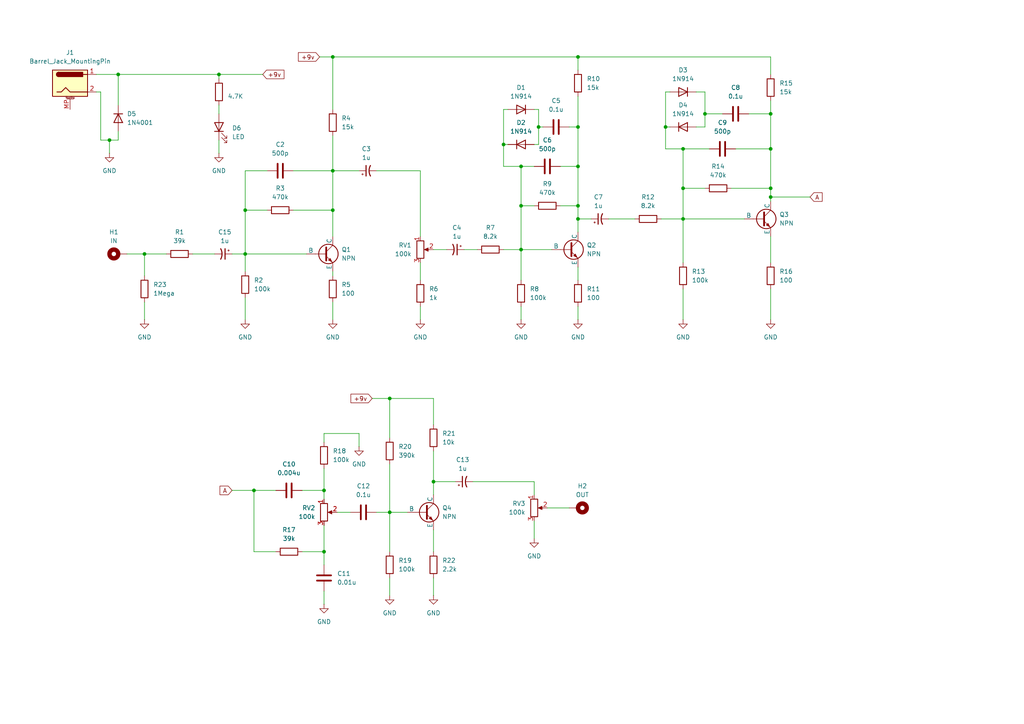
<source format=kicad_sch>
(kicad_sch (version 20231120) (generator "eeschema") (generator_version "8.0")
  (paper "A4")
  (lib_symbols
    (symbol "Connector:Barrel_Jack_MountingPin" (pin_names hide)
      (property "Reference" "J" (at 0 5.334 0))
      (property "Value" "Barrel_Jack_MountingPin" (at 1.27 -6.35 0))
      (symbol "Barrel_Jack_MountingPin_0_1"
        (rectangle (start -5.08 3.81) (end 5.08 -3.81) (stroke (width 0.254)) (fill (type background)))
        (arc (start -3.302 3.175) (mid -3.9343 2.54) (end -3.302 1.905) (stroke (width 0.254)))
        (arc (start -3.302 3.175) (mid -3.9343 2.54) (end -3.302 1.905) (stroke (width 0.254)) (fill (type outline)))
        (polyline (pts (xy 5.08 2.54) (xy 3.81 2.54)) (stroke (width 0.254)))
        (polyline (pts (xy -3.81 -2.54) (xy -2.54 -2.54) (xy -1.27 -1.27) (xy 0 -2.54) (xy 2.54 -2.54) (xy 5.08 -2.54)) (stroke (width 0.254)))
        (rectangle (start 3.683 3.175) (end -3.302 1.905) (stroke (width 0.254)) (fill (type outline)))
      )
      (symbol "Barrel_Jack_MountingPin_1_1"
        (polyline (pts (xy -1.016 -4.572) (xy 1.016 -4.572)) (stroke (width 0.1524)))
        (text "Mounting" (at 0 -4.191 0) (effects (font (size 0.381 0.381))))
        (pin passive line (at 7.62 2.54 180) (length 2.54) (name "~") (number "1"))
        (pin passive line (at 7.62 -2.54 180) (length 2.54) (name "~") (number "2"))
        (pin passive line (at 0 -7.62 90) (length 3.048) (name "MountPin") (number "MP"))
      )
    )
    (symbol "Device:C" (pin_numbers hide) (pin_names (offset 0.254))
      (property "Reference" "C" (at 0.635 2.54 0))
      (property "Value" "C" (at 0.635 -2.54 0))
      (symbol "C_0_1"
        (polyline (pts (xy -2.032 -0.762) (xy 2.032 -0.762)) (stroke (width 0.508)))
        (polyline (pts (xy -2.032 0.762) (xy 2.032 0.762)) (stroke (width 0.508)))
      )
      (symbol "C_1_1"
        (pin passive line (at 0 3.81 270) (length 2.794) (name "~") (number "1"))
        (pin passive line (at 0 -3.81 90) (length 2.794) (name "~") (number "2"))
      )
    )
    (symbol "Device:C_Polarized_Small_US" (pin_numbers hide) (pin_names (offset 0.254) hide)
      (property "Reference" "C" (at 0.254 1.778 0))
      (property "Value" "C_Polarized_Small_US" (at 0.254 -2.032 0))
      (symbol "C_Polarized_Small_US_0_1"
        (polyline (pts (xy -1.524 0.508) (xy 1.524 0.508)) (stroke (width 0.3048)))
        (polyline (pts (xy -1.27 1.524) (xy -0.762 1.524)))
        (polyline (pts (xy -1.016 1.27) (xy -1.016 1.778)))
        (arc (start 1.524 -0.762) (mid 0 -0.3734) (end -1.524 -0.762) (stroke (width 0.3048)))
      )
      (symbol "C_Polarized_Small_US_1_1"
        (pin passive line (at 0 2.54 270) (length 2.032) (name "~") (number "1"))
        (pin passive line (at 0 -2.54 90) (length 2.032) (name "~") (number "2"))
      )
    )
    (symbol "Device:LED" (pin_numbers hide) (pin_names (offset 1.016) hide)
      (property "Reference" "D" (at 0 2.54 0))
      (property "Value" "LED" (at 0 -2.54 0))
      (symbol "LED_0_1"
        (polyline (pts (xy -1.27 -1.27) (xy -1.27 1.27)) (stroke (width 0.254)))
        (polyline (pts (xy -1.27 0) (xy 1.27 0)))
        (polyline (pts (xy 1.27 -1.27) (xy 1.27 1.27) (xy -1.27 0) (xy 1.27 -1.27)) (stroke (width 0.254)))
        (polyline (pts (xy -3.048 -0.762) (xy -4.572 -2.286) (xy -3.81 -2.286) (xy -4.572 -2.286) (xy -4.572 -1.524)))
        (polyline (pts (xy -1.778 -0.762) (xy -3.302 -2.286) (xy -2.54 -2.286) (xy -3.302 -2.286) (xy -3.302 -1.524)))
      )
      (symbol "LED_1_1"
        (pin passive line (at -3.81 0 0) (length 2.54) (name "K") (number "1"))
        (pin passive line (at 3.81 0 180) (length 2.54) (name "A") (number "2"))
      )
    )
    (symbol "Device:R" (pin_numbers hide) (pin_names (offset 0))
      (property "Reference" "R" (at 2.032 0 90))
      (property "Value" "R" (at 0 0 90))
      (symbol "R_0_1"
        (rectangle (start -1.016 -2.54) (end 1.016 2.54) (stroke (width 0.254)))
      )
      (symbol "R_1_1"
        (pin passive line (at 0 3.81 270) (length 1.27) (name "~") (number "1"))
        (pin passive line (at 0 -3.81 90) (length 1.27) (name "~") (number "2"))
      )
    )
    (symbol "Device:R_Potentiometer" (pin_names (offset 1.016) hide)
      (property "Reference" "RV" (at -4.445 0 90))
      (property "Value" "R_Potentiometer" (at -2.54 0 90))
      (symbol "R_Potentiometer_0_1"
        (polyline (pts (xy 2.54 0) (xy 1.524 0)))
        (polyline (pts (xy 1.143 0) (xy 2.286 0.508) (xy 2.286 -0.508) (xy 1.143 0)) (fill (type outline)))
        (rectangle (start 1.016 2.54) (end -1.016 -2.54) (stroke (width 0.254)))
      )
      (symbol "R_Potentiometer_1_1"
        (pin passive line (at 0 3.81 270) (length 1.27) (name "1") (number "1"))
        (pin passive line (at 3.81 0 180) (length 1.27) (name "2") (number "2"))
        (pin passive line (at 0 -3.81 90) (length 1.27) (name "3") (number "3"))
      )
    )
    (symbol "Diode:1N4001" (pin_numbers hide) (pin_names hide)
      (property "Reference" "D" (at 0 2.54 0))
      (property "Value" "1N4001" (at 0 -2.54 0))
      (symbol "1N4001_0_1"
        (polyline (pts (xy -1.27 1.27) (xy -1.27 -1.27)) (stroke (width 0.254)))
        (polyline (pts (xy 1.27 0) (xy -1.27 0)))
        (polyline (pts (xy 1.27 1.27) (xy 1.27 -1.27) (xy -1.27 0) (xy 1.27 1.27)) (stroke (width 0.254)))
      )
      (symbol "1N4001_1_1"
        (pin passive line (at -3.81 0 0) (length 2.54) (name "K") (number "1"))
        (pin passive line (at 3.81 0 180) (length 2.54) (name "A") (number "2"))
      )
    )
    (symbol "Diode:1N914" (pin_numbers hide) (pin_names hide)
      (property "Reference" "D" (at 0 2.54 0))
      (property "Value" "1N914" (at 0 -2.54 0))
      (symbol "1N914_0_1"
        (polyline (pts (xy -1.27 1.27) (xy -1.27 -1.27)) (stroke (width 0.254)))
        (polyline (pts (xy 1.27 0) (xy -1.27 0)))
        (polyline (pts (xy 1.27 1.27) (xy 1.27 -1.27) (xy -1.27 0) (xy 1.27 1.27)) (stroke (width 0.254)))
      )
      (symbol "1N914_1_1"
        (pin passive line (at -3.81 0 0) (length 2.54) (name "K") (number "1"))
        (pin passive line (at 3.81 0 180) (length 2.54) (name "A") (number "2"))
      )
    )
    (symbol "Mechanical:MountingHole_Pad" (pin_numbers hide) (pin_names (offset 1.016) hide) (exclude_from_sim yes) (in_bom no)
      (property "Reference" "H" (at 0 6.35 0))
      (property "Value" "MountingHole_Pad" (at 0 4.445 0))
      (symbol "MountingHole_Pad_0_1"
        (circle (center 0 1.27) (radius 1.27) (stroke (width 1.27)))
      )
      (symbol "MountingHole_Pad_1_1"
        (pin input line (at 0 -2.54 90) (length 2.54) (name "1") (number "1"))
      )
    )
    (symbol "Simulation_SPICE:NPN" (pin_numbers hide) (pin_names (offset 0))
      (property "Reference" "Q" (at -2.54 7.62 0))
      (property "Value" "NPN" (at -2.54 5.08 0))
      (symbol "NPN_0_1"
        (polyline (pts (xy -2.54 0) (xy 0.635 0)) (stroke (width 0.1524)))
        (polyline (pts (xy 0.635 0.635) (xy 2.54 2.54)))
        (polyline (pts (xy 2.794 -1.27) (xy 2.794 -1.27)) (stroke (width 0.1524)))
        (polyline (pts (xy 2.794 -1.27) (xy 2.794 -1.27)) (stroke (width 0.1524)))
        (polyline (pts (xy 0.635 -0.635) (xy 2.54 -2.54) (xy 2.54 -2.54)))
        (polyline (pts (xy 0.635 1.905) (xy 0.635 -1.905) (xy 0.635 -1.905)) (stroke (width 0.508)))
        (polyline (pts (xy 1.27 -1.778) (xy 1.778 -1.27) (xy 2.286 -2.286) (xy 1.27 -1.778) (xy 1.27 -1.778)) (fill (type outline)))
        (circle (center 1.27 0) (radius 2.8194) (stroke (width 0.254)))
      )
      (symbol "NPN_1_1"
        (pin open_collector line (at 2.54 5.08 270) (length 2.54) (name "C") (number "1"))
        (pin input line (at -5.08 0 0) (length 2.54) (name "B") (number "2"))
        (pin open_emitter line (at 2.54 -5.08 90) (length 2.54) (name "E") (number "3"))
      )
    )
    (symbol "power:GND" (power) (pin_numbers hide) (pin_names (offset 0) hide)
      (property "Value" "GND" (at 0 -3.81 0))
      (symbol "GND_0_1"
        (polyline (pts (xy 0 0) (xy 0 -1.27) (xy 1.27 -1.27) (xy 0 -2.54) (xy -1.27 -1.27) (xy 0 -1.27)))
      )
      (symbol "GND_1_1"
        (pin power_in line (at 0 0 270) (length 0) (name "~") (number "1"))
      )
    )
  )
  (junction (at 73.66 142.24))
  (junction (at 96.52 60.96))
  (junction (at 125.73 139.7))
  (junction (at 167.64 59.69))
  (junction (at 151.13 48.26))
  (junction (at 96.52 49.53))
  (junction (at 151.13 59.69))
  (junction (at 31.75 40.64))
  (junction (at 167.64 16.51))
  (junction (at 93.98 142.24))
  (junction (at 198.12 63.5))
  (junction (at 167.64 63.5))
  (junction (at 113.03 148.59))
  (junction (at 156.21 36.83))
  (junction (at 63.5 21.59))
  (junction (at 151.13 72.39))
  (junction (at 41.91 73.66))
  (junction (at 167.64 36.83))
  (junction (at 146.05 41.91))
  (junction (at 223.52 57.15))
  (junction (at 96.52 16.51))
  (junction (at 198.12 43.18))
  (junction (at 113.03 115.57))
  (junction (at 204.47 33.02))
  (junction (at 34.29 21.59))
  (junction (at 223.52 33.02))
  (junction (at 93.98 160.02))
  (junction (at 193.04 36.83))
  (junction (at 198.12 54.61))
  (junction (at 71.12 73.66))
  (junction (at 223.52 54.61))
  (junction (at 167.64 48.26))
  (junction (at 71.12 60.96))
  (junction (at 223.52 43.18))
  (wire (pts (xy 125.73 115.57) (xy 125.73 123.19)))
  (wire (pts (xy 147.32 31.75) (xy 146.05 31.75)))
  (wire (pts (xy 162.56 48.26) (xy 167.64 48.26)))
  (wire (pts (xy 34.29 21.59) (xy 63.5 21.59)))
  (wire (pts (xy 167.64 16.51) (xy 223.52 16.51)))
  (wire (pts (xy 29.21 26.67) (xy 29.21 40.64)))
  (wire (pts (xy 41.91 87.63) (xy 41.91 92.71)))
  (wire (pts (xy 96.52 49.53) (xy 96.52 60.96)))
  (wire (pts (xy 223.52 57.15) (xy 234.95 57.15)))
  (wire (pts (xy 104.14 125.73) (xy 93.98 125.73)))
  (wire (pts (xy 204.47 33.02) (xy 209.55 33.02)))
  (wire (pts (xy 193.04 43.18) (xy 198.12 43.18)))
  (wire (pts (xy 193.04 26.67) (xy 193.04 36.83)))
  (wire (pts (xy 156.21 41.91) (xy 156.21 36.83)))
  (wire (pts (xy 154.94 48.26) (xy 151.13 48.26)))
  (wire (pts (xy 198.12 83.82) (xy 198.12 92.71)))
  (wire (pts (xy 113.03 115.57) (xy 125.73 115.57)))
  (wire (pts (xy 154.94 41.91) (xy 156.21 41.91)))
  (wire (pts (xy 198.12 63.5) (xy 215.9 63.5)))
  (wire (pts (xy 125.73 130.81) (xy 125.73 139.7)))
  (wire (pts (xy 31.75 40.64) (xy 31.75 44.45)))
  (wire (pts (xy 71.12 73.66) (xy 71.12 78.74)))
  (wire (pts (xy 63.5 21.59) (xy 76.2 21.59)))
  (wire (pts (xy 193.04 36.83) (xy 194.31 36.83)))
  (wire (pts (xy 96.52 16.51) (xy 96.52 31.75)))
  (wire (pts (xy 87.63 142.24) (xy 93.98 142.24)))
  (wire (pts (xy 162.56 59.69) (xy 167.64 59.69)))
  (wire (pts (xy 125.73 153.67) (xy 125.73 160.02)))
  (wire (pts (xy 146.05 41.91) (xy 146.05 48.26)))
  (wire (pts (xy 77.47 49.53) (xy 71.12 49.53)))
  (wire (pts (xy 154.94 59.69) (xy 151.13 59.69)))
  (wire (pts (xy 125.73 139.7) (xy 132.08 139.7)))
  (wire (pts (xy 125.73 72.39) (xy 129.54 72.39)))
  (wire (pts (xy 223.52 33.02) (xy 223.52 43.18)))
  (wire (pts (xy 176.53 63.5) (xy 184.15 63.5)))
  (wire (pts (xy 113.03 167.64) (xy 113.03 172.72)))
  (wire (pts (xy 71.12 60.96) (xy 71.12 73.66)))
  (wire (pts (xy 97.79 148.59) (xy 101.6 148.59)))
  (wire (pts (xy 96.52 16.51) (xy 167.64 16.51)))
  (wire (pts (xy 31.75 40.64) (xy 34.29 40.64)))
  (wire (pts (xy 96.52 78.74) (xy 96.52 80.01)))
  (wire (pts (xy 194.31 26.67) (xy 193.04 26.67)))
  (wire (pts (xy 154.94 139.7) (xy 154.94 143.51)))
  (wire (pts (xy 85.09 49.53) (xy 96.52 49.53)))
  (wire (pts (xy 158.75 147.32) (xy 165.1 147.32)))
  (wire (pts (xy 71.12 73.66) (xy 88.9 73.66)))
  (wire (pts (xy 113.03 148.59) (xy 118.11 148.59)))
  (wire (pts (xy 151.13 59.69) (xy 151.13 72.39)))
  (wire (pts (xy 34.29 40.64) (xy 34.29 38.1)))
  (wire (pts (xy 198.12 43.18) (xy 198.12 54.61)))
  (wire (pts (xy 167.64 63.5) (xy 167.64 67.31)))
  (wire (pts (xy 167.64 77.47) (xy 167.64 81.28)))
  (wire (pts (xy 93.98 160.02) (xy 93.98 163.83)))
  (wire (pts (xy 193.04 36.83) (xy 193.04 43.18)))
  (wire (pts (xy 167.64 88.9) (xy 167.64 92.71)))
  (wire (pts (xy 92.71 16.51) (xy 96.52 16.51)))
  (wire (pts (xy 151.13 72.39) (xy 160.02 72.39)))
  (wire (pts (xy 165.1 36.83) (xy 167.64 36.83)))
  (wire (pts (xy 204.47 54.61) (xy 198.12 54.61)))
  (wire (pts (xy 146.05 41.91) (xy 147.32 41.91)))
  (wire (pts (xy 107.95 115.57) (xy 113.03 115.57)))
  (wire (pts (xy 156.21 36.83) (xy 156.21 31.75)))
  (wire (pts (xy 198.12 54.61) (xy 198.12 63.5)))
  (wire (pts (xy 223.52 43.18) (xy 223.52 54.61)))
  (wire (pts (xy 96.52 87.63) (xy 96.52 92.71)))
  (wire (pts (xy 157.48 36.83) (xy 156.21 36.83)))
  (wire (pts (xy 198.12 43.18) (xy 205.74 43.18)))
  (wire (pts (xy 80.01 160.02) (xy 73.66 160.02)))
  (wire (pts (xy 67.31 73.66) (xy 71.12 73.66)))
  (wire (pts (xy 121.92 88.9) (xy 121.92 92.71)))
  (wire (pts (xy 146.05 48.26) (xy 151.13 48.26)))
  (wire (pts (xy 93.98 152.4) (xy 93.98 160.02)))
  (wire (pts (xy 36.83 73.66) (xy 41.91 73.66)))
  (wire (pts (xy 151.13 72.39) (xy 151.13 81.28)))
  (wire (pts (xy 146.05 72.39) (xy 151.13 72.39)))
  (wire (pts (xy 63.5 22.86) (xy 63.5 21.59)))
  (wire (pts (xy 41.91 73.66) (xy 41.91 80.01)))
  (wire (pts (xy 71.12 86.36) (xy 71.12 92.71)))
  (wire (pts (xy 213.36 43.18) (xy 223.52 43.18)))
  (wire (pts (xy 113.03 134.62) (xy 113.03 148.59)))
  (wire (pts (xy 151.13 48.26) (xy 151.13 59.69)))
  (wire (pts (xy 77.47 60.96) (xy 71.12 60.96)))
  (wire (pts (xy 201.93 26.67) (xy 204.47 26.67)))
  (wire (pts (xy 104.14 129.54) (xy 104.14 125.73)))
  (wire (pts (xy 137.16 139.7) (xy 154.94 139.7)))
  (wire (pts (xy 223.52 29.21) (xy 223.52 33.02)))
  (wire (pts (xy 27.94 26.67) (xy 29.21 26.67)))
  (wire (pts (xy 109.22 148.59) (xy 113.03 148.59)))
  (wire (pts (xy 121.92 76.2) (xy 121.92 81.28)))
  (wire (pts (xy 125.73 139.7) (xy 125.73 143.51)))
  (wire (pts (xy 34.29 21.59) (xy 34.29 30.48)))
  (wire (pts (xy 96.52 39.37) (xy 96.52 49.53)))
  (wire (pts (xy 73.66 142.24) (xy 80.01 142.24)))
  (wire (pts (xy 204.47 26.67) (xy 204.47 33.02)))
  (wire (pts (xy 85.09 60.96) (xy 96.52 60.96)))
  (wire (pts (xy 167.64 59.69) (xy 167.64 63.5)))
  (wire (pts (xy 154.94 151.13) (xy 154.94 156.21)))
  (wire (pts (xy 151.13 88.9) (xy 151.13 92.71)))
  (wire (pts (xy 96.52 49.53) (xy 104.14 49.53)))
  (wire (pts (xy 73.66 160.02) (xy 73.66 142.24)))
  (wire (pts (xy 71.12 49.53) (xy 71.12 60.96)))
  (wire (pts (xy 93.98 125.73) (xy 93.98 128.27)))
  (wire (pts (xy 63.5 30.48) (xy 63.5 33.02)))
  (wire (pts (xy 29.21 40.64) (xy 31.75 40.64)))
  (wire (pts (xy 67.31 142.24) (xy 73.66 142.24)))
  (wire (pts (xy 41.91 73.66) (xy 48.26 73.66)))
  (wire (pts (xy 96.52 60.96) (xy 96.52 68.58)))
  (wire (pts (xy 63.5 40.64) (xy 63.5 44.45)))
  (wire (pts (xy 87.63 160.02) (xy 93.98 160.02)))
  (wire (pts (xy 167.64 63.5) (xy 171.45 63.5)))
  (wire (pts (xy 191.77 63.5) (xy 198.12 63.5)))
  (wire (pts (xy 134.62 72.39) (xy 138.43 72.39)))
  (wire (pts (xy 27.94 21.59) (xy 34.29 21.59)))
  (wire (pts (xy 198.12 63.5) (xy 198.12 76.2)))
  (wire (pts (xy 204.47 33.02) (xy 204.47 36.83)))
  (wire (pts (xy 109.22 49.53) (xy 121.92 49.53)))
  (wire (pts (xy 167.64 48.26) (xy 167.64 59.69)))
  (wire (pts (xy 201.93 36.83) (xy 204.47 36.83)))
  (wire (pts (xy 93.98 171.45) (xy 93.98 175.26)))
  (wire (pts (xy 217.17 33.02) (xy 223.52 33.02)))
  (wire (pts (xy 212.09 54.61) (xy 223.52 54.61)))
  (wire (pts (xy 113.03 148.59) (xy 113.03 160.02)))
  (wire (pts (xy 125.73 167.64) (xy 125.73 172.72)))
  (wire (pts (xy 93.98 142.24) (xy 93.98 144.78)))
  (wire (pts (xy 146.05 31.75) (xy 146.05 41.91)))
  (wire (pts (xy 167.64 16.51) (xy 167.64 20.32)))
  (wire (pts (xy 113.03 127) (xy 113.03 115.57)))
  (wire (pts (xy 156.21 31.75) (xy 154.94 31.75)))
  (wire (pts (xy 55.88 73.66) (xy 62.23 73.66)))
  (wire (pts (xy 167.64 36.83) (xy 167.64 48.26)))
  (wire (pts (xy 223.52 58.42) (xy 223.52 57.15)))
  (wire (pts (xy 167.64 27.94) (xy 167.64 36.83)))
  (wire (pts (xy 223.52 83.82) (xy 223.52 92.71)))
  (wire (pts (xy 121.92 49.53) (xy 121.92 68.58)))
  (wire (pts (xy 223.52 57.15) (xy 223.52 54.61)))
  (wire (pts (xy 93.98 135.89) (xy 93.98 142.24)))
  (wire (pts (xy 223.52 68.58) (xy 223.52 76.2)))
  (wire (pts (xy 223.52 16.51) (xy 223.52 21.59)))
  (global_label "+9v" (shape input) (at 92.71 16.51 180) (property "Intersheetrefs" "${INTERSHEET_REFS}" (effects (hide yes))))
  (global_label "A" (shape input) (at 67.31 142.24 180) (property "Intersheetrefs" "${INTERSHEET_REFS}" (effects (hide yes))))
  (global_label "A" (shape input) (at 234.95 57.15 0) (property "Intersheetrefs" "${INTERSHEET_REFS}" (effects (hide yes))))
  (global_label "+9v" (shape input) (at 107.95 115.57 180) (property "Intersheetrefs" "${INTERSHEET_REFS}" (effects (hide yes))))
  (global_label "+9v" (shape input) (at 76.2 21.59 0) (property "Intersheetrefs" "${INTERSHEET_REFS}" (effects (hide yes))))
  (symbol (lib_id "power:GND") (at 223.52 92.71 0) (unit 1)
    (property "Reference" "#PWR07" (effects (hide yes)))
    (property "Value" "GND" (at 223.52 97.79 0))
    (property "Description" "Power symbol creates a global label with name \"GND\" , ground" (effects (hide yes)))
  )
  (symbol (lib_id "Device:R_Potentiometer") (at 154.94 147.32 0) (unit 1)
    (property "Reference" "RV3" (at 152.4 146.0499 0) (effects (justify right)))
    (property "Value" "100k" (at 152.4 148.5899 0) (effects (justify right)))
    (property "Footprint" "Potentiometer 2:Potentiometer_Omeg_PC16BU_Vertical_Edit" (effects (hide yes)))
    (property "Description" "Potentiometer" (effects (hide yes)))
  )
  (symbol (lib_id "power:GND") (at 113.03 172.72 0) (unit 1)
    (property "Reference" "#PWR010" (effects (hide yes)))
    (property "Value" "GND" (at 113.03 177.8 0))
    (property "Description" "Power symbol creates a global label with name \"GND\" , ground" (effects (hide yes)))
  )
  (symbol (lib_id "Device:R") (at 93.98 132.08 0) (unit 1)
    (property "Reference" "R18" (at 96.52 130.8099 0) (effects (justify left)))
    (property "Value" "100k" (at 96.52 133.3499 0) (effects (justify left)))
    (property "Footprint" "Resistor_THT:R_Axial_DIN0204_L3.6mm_D1.6mm_P7.62mm_Horizontal" (effects (hide yes)))
    (property "Description" "Resistor" (effects (hide yes)))
  )
  (symbol (lib_id "Device:R") (at 167.64 24.13 0) (unit 1)
    (property "Reference" "R10" (at 170.18 22.8599 0) (effects (justify left)))
    (property "Value" "15k" (at 170.18 25.3999 0) (effects (justify left)))
    (property "Footprint" "Resistor_THT:R_Axial_DIN0204_L3.6mm_D1.6mm_P7.62mm_Horizontal" (effects (hide yes)))
    (property "Description" "Resistor" (effects (hide yes)))
  )
  (symbol (lib_id "power:GND") (at 121.92 92.71 0) (unit 1)
    (property "Reference" "#PWR03" (effects (hide yes)))
    (property "Value" "GND" (at 121.92 97.79 0))
    (property "Description" "Power symbol creates a global label with name \"GND\" , ground" (effects (hide yes)))
  )
  (symbol (lib_id "Simulation_SPICE:NPN") (at 123.19 148.59 0) (unit 1)
    (property "Reference" "Q4" (at 128.27 147.3199 0) (effects (justify left)))
    (property "Value" "NPN" (at 128.27 149.8599 0) (effects (justify left)))
    (property "Footprint" "Package_TO_SOT_THT:TO-92L_Inline_Wide" (effects (hide yes)))
    (property "Datasheet" "https://ngspice.sourceforge.io/docs/ngspice-html-manual/manual.xhtml#cha_BJTs" (effects (hide yes)))
    (property "Description" "Bipolar transistor symbol for simulation only, substrate tied to the emitter" (effects (hide yes)))
    (property "Sim.Device" "NPN" (effects (hide yes)))
    (property "Sim.Type" "GUMMELPOON" (effects (hide yes)))
    (property "Sim.Pins" "1=C 2=B 3=E" (effects (hide yes)))
  )
  (symbol (lib_id "Diode:1N914") (at 198.12 26.67 180) (unit 1)
    (property "Reference" "D3" (at 198.12 20.32 0))
    (property "Value" "1N914" (at 198.12 22.86 0))
    (property "Footprint" "Diode_THT:D_DO-35_SOD27_P7.62mm_Horizontal" (effects (hide yes)))
    (property "Datasheet" "http://www.vishay.com/docs/85622/1n914.pdf" (effects (hide yes)))
    (property "Description" "100V 0.3A Small Signal Fast Switching Diode, DO-35" (effects (hide yes)))
    (property "Sim.Device" "D" (effects (hide yes)))
    (property "Sim.Pins" "1=K 2=A" (effects (hide yes)))
  )
  (symbol (lib_id "Device:R") (at 63.5 26.67 180) (unit 1)
    (property "Reference" "R24" (effects (hide yes)))
    (property "Value" "4.7K" (at 66.04 27.9399 0) (effects (justify right)))
    (property "Footprint" "Resistor_THT:R_Axial_DIN0204_L3.6mm_D1.6mm_P7.62mm_Horizontal" (effects (hide yes)))
    (property "Description" "Resistor" (effects (hide yes)))
  )
  (symbol (lib_id "Device:R") (at 96.52 83.82 180) (unit 1)
    (property "Reference" "R5" (at 99.06 82.5499 0) (effects (justify right)))
    (property "Value" "100" (at 99.06 85.0899 0) (effects (justify right)))
    (property "Footprint" "Resistor_THT:R_Axial_DIN0204_L3.6mm_D1.6mm_P7.62mm_Horizontal" (effects (hide yes)))
    (property "Description" "Resistor" (effects (hide yes)))
  )
  (symbol (lib_id "Device:R") (at 81.28 60.96 90) (unit 1)
    (property "Reference" "R3" (at 81.28 54.61 90))
    (property "Value" "470k" (at 81.28 57.15 90))
    (property "Footprint" "Resistor_THT:R_Axial_DIN0204_L3.6mm_D1.6mm_P7.62mm_Horizontal" (effects (hide yes)))
    (property "Description" "Resistor" (effects (hide yes)))
  )
  (symbol (lib_id "Device:R") (at 121.92 85.09 180) (unit 1)
    (property "Reference" "R6" (at 124.46 83.8199 0) (effects (justify right)))
    (property "Value" "1k" (at 124.46 86.3599 0) (effects (justify right)))
    (property "Footprint" "Resistor_THT:R_Axial_DIN0204_L3.6mm_D1.6mm_P7.62mm_Horizontal" (effects (hide yes)))
    (property "Description" "Resistor" (effects (hide yes)))
  )
  (symbol (lib_id "Device:R") (at 83.82 160.02 90) (unit 1)
    (property "Reference" "R17" (at 83.82 153.67 90))
    (property "Value" "39k" (at 83.82 156.21 90))
    (property "Footprint" "Resistor_THT:R_Axial_DIN0204_L3.6mm_D1.6mm_P7.62mm_Horizontal" (effects (hide yes)))
    (property "Description" "Resistor" (effects (hide yes)))
  )
  (symbol (lib_id "Device:R") (at 158.75 59.69 270) (unit 1)
    (property "Reference" "R9" (at 158.75 53.34 90))
    (property "Value" "470k" (at 158.75 55.88 90))
    (property "Footprint" "Resistor_THT:R_Axial_DIN0204_L3.6mm_D1.6mm_P7.62mm_Horizontal" (effects (hide yes)))
    (property "Description" "Resistor" (effects (hide yes)))
  )
  (symbol (lib_id "power:GND") (at 167.64 92.71 0) (unit 1)
    (property "Reference" "#PWR05" (effects (hide yes)))
    (property "Value" "GND" (at 167.64 97.79 0))
    (property "Description" "Power symbol creates a global label with name \"GND\" , ground" (effects (hide yes)))
  )
  (symbol (lib_id "Simulation_SPICE:NPN") (at 220.98 63.5 0) (unit 1)
    (property "Reference" "Q3" (at 226.06 62.2299 0) (effects (justify left)))
    (property "Value" "NPN" (at 226.06 64.7699 0) (effects (justify left)))
    (property "Footprint" "Package_TO_SOT_THT:TO-92L_Inline_Wide" (effects (hide yes)))
    (property "Datasheet" "https://ngspice.sourceforge.io/docs/ngspice-html-manual/manual.xhtml#cha_BJTs" (effects (hide yes)))
    (property "Description" "Bipolar transistor symbol for simulation only, substrate tied to the emitter" (effects (hide yes)))
    (property "Sim.Device" "NPN" (effects (hide yes)))
    (property "Sim.Type" "GUMMELPOON" (effects (hide yes)))
    (property "Sim.Pins" "1=C 2=B 3=E" (effects (hide yes)))
  )
  (symbol (lib_id "Device:LED") (at 63.5 36.83 90) (unit 1)
    (property "Reference" "D6" (at 67.31 37.1474 90) (effects (justify right)))
    (property "Value" "LED" (at 67.31 39.6874 90) (effects (justify right)))
    (property "Footprint" "LED_THT:LED_D3.0mm_Clear" (effects (hide yes)))
    (property "Description" "Light emitting diode" (effects (hide yes)))
  )
  (symbol (lib_id "Device:C_Polarized_Small_US") (at 106.68 49.53 90) (unit 1)
    (property "Reference" "C3" (at 106.2482 43.18 90))
    (property "Value" "1u" (at 106.2482 45.72 90))
    (property "Description" "Polarized capacitor, small US symbol" (effects (hide yes)))
  )
  (symbol (lib_id "Diode:1N914") (at 151.13 31.75 180) (unit 1)
    (property "Reference" "D1" (at 151.13 25.4 0))
    (property "Value" "1N914" (at 151.13 27.94 0))
    (property "Footprint" "Diode_THT:D_DO-35_SOD27_P7.62mm_Horizontal" (effects (hide yes)))
    (property "Datasheet" "http://www.vishay.com/docs/85622/1n914.pdf" (effects (hide yes)))
    (property "Description" "100V 0.3A Small Signal Fast Switching Diode, DO-35" (effects (hide yes)))
    (property "Sim.Device" "D" (effects (hide yes)))
    (property "Sim.Pins" "1=K 2=A" (effects (hide yes)))
  )
  (symbol (lib_id "Device:R") (at 142.24 72.39 90) (unit 1)
    (property "Reference" "R7" (at 142.24 66.04 90))
    (property "Value" "8.2k" (at 142.24 68.58 90))
    (property "Footprint" "Resistor_THT:R_Axial_DIN0204_L3.6mm_D1.6mm_P7.62mm_Horizontal" (effects (hide yes)))
    (property "Description" "Resistor" (effects (hide yes)))
  )
  (symbol (lib_id "Mechanical:MountingHole_Pad") (at 34.29 73.66 90) (unit 1) (exclude_from_sim yes) (in_bom no)
    (property "Reference" "H1" (at 33.02 67.31 90))
    (property "Value" "IN" (at 33.02 69.85 90))
    (property "Footprint" "MountingHole 2:MountingHole-1.2mm" (effects (hide yes)))
    (property "Description" "Mounting Hole with connection" (effects (hide yes)))
  )
  (symbol (lib_id "Device:C") (at 158.75 48.26 90) (unit 1)
    (property "Reference" "C6" (at 158.75 40.64 90))
    (property "Value" "500p" (at 158.75 43.18 90))
    (property "Description" "Unpolarized capacitor" (effects (hide yes)))
  )
  (symbol (lib_id "Device:R") (at 52.07 73.66 90) (unit 1)
    (property "Reference" "R1" (at 52.07 67.31 90))
    (property "Value" "39k" (at 52.07 69.85 90))
    (property "Footprint" "Resistor_THT:R_Axial_DIN0204_L3.6mm_D1.6mm_P7.62mm_Horizontal" (effects (hide yes)))
    (property "Description" "Resistor" (effects (hide yes)))
  )
  (symbol (lib_id "Device:C") (at 161.29 36.83 90) (unit 1)
    (property "Reference" "C5" (at 161.29 29.21 90))
    (property "Value" "0.1u" (at 161.29 31.75 90))
    (property "Footprint" "Capacitor_THT:C_Rect_L7.0mm_W2.5mm_P5.00mm" (effects (hide yes)))
    (property "Description" "Unpolarized capacitor" (effects (hide yes)))
  )
  (symbol (lib_id "Simulation_SPICE:NPN") (at 93.98 73.66 0) (unit 1)
    (property "Reference" "Q1" (at 99.06 72.3899 0) (effects (justify left)))
    (property "Value" "NPN" (at 99.06 74.9299 0) (effects (justify left)))
    (property "Footprint" "Package_TO_SOT_THT:TO-92L_Inline_Wide" (effects (hide yes)))
    (property "Datasheet" "https://ngspice.sourceforge.io/docs/ngspice-html-manual/manual.xhtml#cha_BJTs" (effects (hide yes)))
    (property "Description" "Bipolar transistor symbol for simulation only, substrate tied to the emitter" (effects (hide yes)))
    (property "Sim.Device" "NPN" (effects (hide yes)))
    (property "Sim.Type" "GUMMELPOON" (effects (hide yes)))
    (property "Sim.Pins" "1=C 2=B 3=E" (effects (hide yes)))
  )
  (symbol (lib_id "Mechanical:MountingHole_Pad") (at 167.64 147.32 270) (mirror x) (unit 1) (exclude_from_sim yes) (in_bom no)
    (property "Reference" "H2" (at 168.91 140.97 90))
    (property "Value" "OUT" (at 168.91 143.51 90))
    (property "Footprint" "MountingHole 2:MountingHole-1.2mm" (effects (hide yes)))
    (property "Description" "Mounting Hole with connection" (effects (hide yes)))
  )
  (symbol (lib_id "Device:C") (at 105.41 148.59 90) (unit 1)
    (property "Reference" "C12" (at 105.41 140.97 90))
    (property "Value" "0.1u" (at 105.41 143.51 90))
    (property "Footprint" "Capacitor_THT:C_Rect_L7.0mm_W2.5mm_P5.00mm" (effects (hide yes)))
    (property "Description" "Unpolarized capacitor" (effects (hide yes)))
  )
  (symbol (lib_id "Device:R") (at 113.03 130.81 180) (unit 1)
    (property "Reference" "R20" (at 115.57 129.5399 0) (effects (justify right)))
    (property "Value" "390k" (at 115.57 132.0799 0) (effects (justify right)))
    (property "Footprint" "Resistor_THT:R_Axial_DIN0204_L3.6mm_D1.6mm_P7.62mm_Horizontal" (effects (hide yes)))
    (property "Description" "Resistor" (effects (hide yes)))
  )
  (symbol (lib_id "Device:R") (at 96.52 35.56 180) (unit 1)
    (property "Reference" "R4" (at 99.06 34.2899 0) (effects (justify right)))
    (property "Value" "15k" (at 99.06 36.8299 0) (effects (justify right)))
    (property "Footprint" "Resistor_THT:R_Axial_DIN0204_L3.6mm_D1.6mm_P7.62mm_Horizontal" (effects (hide yes)))
    (property "Description" "Resistor" (effects (hide yes)))
  )
  (symbol (lib_id "power:GND") (at 63.5 44.45 0) (unit 1)
    (property "Reference" "#PWR014" (effects (hide yes)))
    (property "Value" "GND" (at 63.5 49.53 0))
    (property "Description" "Power symbol creates a global label with name \"GND\" , ground" (effects (hide yes)))
  )
  (symbol (lib_id "Device:R") (at 223.52 25.4 0) (unit 1)
    (property "Reference" "R15" (at 226.06 24.1299 0) (effects (justify left)))
    (property "Value" "15k" (at 226.06 26.6699 0) (effects (justify left)))
    (property "Footprint" "Resistor_THT:R_Axial_DIN0204_L3.6mm_D1.6mm_P7.62mm_Horizontal" (effects (hide yes)))
    (property "Description" "Resistor" (effects (hide yes)))
  )
  (symbol (lib_id "power:GND") (at 71.12 92.71 0) (unit 1)
    (property "Reference" "#PWR01" (effects (hide yes)))
    (property "Value" "GND" (at 71.12 97.79 0))
    (property "Description" "Power symbol creates a global label with name \"GND\" , ground" (effects (hide yes)))
  )
  (symbol (lib_id "Device:C_Polarized_Small_US") (at 173.99 63.5 90) (unit 1)
    (property "Reference" "C7" (at 173.5582 57.15 90))
    (property "Value" "1u" (at 173.5582 59.69 90))
    (property "Description" "Polarized capacitor, small US symbol" (effects (hide yes)))
  )
  (symbol (lib_id "Device:C") (at 209.55 43.18 90) (unit 1)
    (property "Reference" "C9" (at 209.55 35.56 90))
    (property "Value" "500p" (at 209.55 38.1 90))
    (property "Description" "Unpolarized capacitor" (effects (hide yes)))
  )
  (symbol (lib_id "Device:R") (at 113.03 163.83 180) (unit 1)
    (property "Reference" "R19" (at 115.57 162.5599 0) (effects (justify right)))
    (property "Value" "100k" (at 115.57 165.0999 0) (effects (justify right)))
    (property "Footprint" "Resistor_THT:R_Axial_DIN0204_L3.6mm_D1.6mm_P7.62mm_Horizontal" (effects (hide yes)))
    (property "Description" "Resistor" (effects (hide yes)))
  )
  (symbol (lib_id "Device:R") (at 151.13 85.09 180) (unit 1)
    (property "Reference" "R8" (at 153.67 83.8199 0) (effects (justify right)))
    (property "Value" "100k" (at 153.67 86.3599 0) (effects (justify right)))
    (property "Footprint" "Resistor_THT:R_Axial_DIN0204_L3.6mm_D1.6mm_P7.62mm_Horizontal" (effects (hide yes)))
    (property "Description" "Resistor" (effects (hide yes)))
  )
  (symbol (lib_id "power:GND") (at 31.75 44.45 0) (unit 1)
    (property "Reference" "#PWR013" (effects (hide yes)))
    (property "Value" "GND" (at 31.75 49.53 0))
    (property "Description" "Power symbol creates a global label with name \"GND\" , ground" (effects (hide yes)))
  )
  (symbol (lib_id "Device:C") (at 81.28 49.53 90) (unit 1)
    (property "Reference" "C2" (at 81.28 41.91 90))
    (property "Value" "500p" (at 81.28 44.45 90))
    (property "Description" "Unpolarized capacitor" (effects (hide yes)))
  )
  (symbol (lib_id "Device:C_Polarized_Small_US") (at 134.62 139.7 90) (unit 1)
    (property "Reference" "C13" (at 134.1882 133.35 90))
    (property "Value" "1u" (at 134.1882 135.89 90))
    (property "Description" "Polarized capacitor, small US symbol" (effects (hide yes)))
  )
  (symbol (lib_id "Device:C_Polarized_Small_US") (at 64.77 73.66 270) (unit 1)
    (property "Reference" "C15" (at 65.2018 67.31 90))
    (property "Value" "1u" (at 65.2018 69.85 90))
    (property "Description" "Polarized capacitor, small US symbol" (effects (hide yes)))
  )
  (symbol (lib_id "power:GND") (at 154.94 156.21 0) (unit 1)
    (property "Reference" "#PWR012" (effects (hide yes)))
    (property "Value" "GND" (at 154.94 161.29 0))
    (property "Description" "Power symbol creates a global label with name \"GND\" , ground" (effects (hide yes)))
  )
  (symbol (lib_id "Simulation_SPICE:NPN") (at 165.1 72.39 0) (unit 1)
    (property "Reference" "Q2" (at 170.18 71.1199 0) (effects (justify left)))
    (property "Value" "NPN" (at 170.18 73.6599 0) (effects (justify left)))
    (property "Footprint" "Package_TO_SOT_THT:TO-92L_Inline_Wide" (effects (hide yes)))
    (property "Datasheet" "https://ngspice.sourceforge.io/docs/ngspice-html-manual/manual.xhtml#cha_BJTs" (effects (hide yes)))
    (property "Description" "Bipolar transistor symbol for simulation only, substrate tied to the emitter" (effects (hide yes)))
    (property "Sim.Device" "NPN" (effects (hide yes)))
    (property "Sim.Type" "GUMMELPOON" (effects (hide yes)))
    (property "Sim.Pins" "1=C 2=B 3=E" (effects (hide yes)))
  )
  (symbol (lib_id "power:GND") (at 104.14 129.54 0) (unit 1)
    (property "Reference" "#PWR09" (effects (hide yes)))
    (property "Value" "GND" (at 104.14 134.62 0))
    (property "Description" "Power symbol creates a global label with name \"GND\" , ground" (effects (hide yes)))
  )
  (symbol (lib_id "Device:R_Potentiometer") (at 93.98 148.59 0) (unit 1)
    (property "Reference" "RV2" (at 91.44 147.3199 0) (effects (justify right)))
    (property "Value" "100k" (at 91.44 149.8599 0) (effects (justify right)))
    (property "Footprint" "Potentiometer 2:Potentiometer_Omeg_PC16BU_Vertical_Edit" (effects (hide yes)))
    (property "Description" "Potentiometer" (effects (hide yes)))
  )
  (symbol (lib_id "Connector:Barrel_Jack_MountingPin") (at 20.32 24.13 0) (unit 1)
    (property "Reference" "J1" (at 20.32 15.24 0))
    (property "Value" "Barrel_Jack_MountingPin" (at 20.32 17.78 0))
    (property "Footprint" "Connector_BarrelJack:BarrelJack_Horizontal" (effects (hide yes)))
    (property "Description" "DC Barrel Jack with a mounting pin" (effects (hide yes)))
  )
  (symbol (lib_id "Device:R") (at 223.52 80.01 0) (unit 1)
    (property "Reference" "R16" (at 226.06 78.7399 0) (effects (justify left)))
    (property "Value" "100" (at 226.06 81.2799 0) (effects (justify left)))
    (property "Footprint" "Resistor_THT:R_Axial_DIN0204_L3.6mm_D1.6mm_P7.62mm_Horizontal" (effects (hide yes)))
    (property "Description" "Resistor" (effects (hide yes)))
  )
  (symbol (lib_id "Device:C") (at 83.82 142.24 90) (unit 1)
    (property "Reference" "C10" (at 83.82 134.62 90))
    (property "Value" "0.004u" (at 83.82 137.16 90))
    (property "Description" "Unpolarized capacitor" (effects (hide yes)))
  )
  (symbol (lib_id "Diode:1N4001") (at 34.29 34.29 270) (unit 1)
    (property "Reference" "D5" (at 36.83 33.0199 90) (effects (justify left)))
    (property "Value" "1N4001" (at 36.83 35.5599 90) (effects (justify left)))
    (property "Footprint" "Diode_THT:D_DO-41_SOD81_P10.16mm_Horizontal" (effects (hide yes)))
    (property "Datasheet" "http://www.vishay.com/docs/88503/1n4001.pdf" (effects (hide yes)))
    (property "Description" "50V 1A General Purpose Rectifier Diode, DO-41" (effects (hide yes)))
    (property "Sim.Device" "D" (effects (hide yes)))
    (property "Sim.Pins" "1=K 2=A" (effects (hide yes)))
  )
  (symbol (lib_id "power:GND") (at 198.12 92.71 0) (unit 1)
    (property "Reference" "#PWR06" (effects (hide yes)))
    (property "Value" "GND" (at 198.12 97.79 0))
    (property "Description" "Power symbol creates a global label with name \"GND\" , ground" (effects (hide yes)))
  )
  (symbol (lib_id "Device:C_Polarized_Small_US") (at 132.08 72.39 270) (unit 1)
    (property "Reference" "C4" (at 132.5118 66.04 90))
    (property "Value" "1u" (at 132.5118 68.58 90))
    (property "Description" "Polarized capacitor, small US symbol" (effects (hide yes)))
  )
  (symbol (lib_id "power:GND") (at 151.13 92.71 0) (unit 1)
    (property "Reference" "#PWR04" (effects (hide yes)))
    (property "Value" "GND" (at 151.13 97.79 0))
    (property "Description" "Power symbol creates a global label with name \"GND\" , ground" (effects (hide yes)))
  )
  (symbol (lib_id "Device:R") (at 187.96 63.5 90) (unit 1)
    (property "Reference" "R12" (at 187.96 57.15 90))
    (property "Value" "8.2k" (at 187.96 59.69 90))
    (property "Footprint" "Resistor_THT:R_Axial_DIN0204_L3.6mm_D1.6mm_P7.62mm_Horizontal" (effects (hide yes)))
    (property "Description" "Resistor" (effects (hide yes)))
  )
  (symbol (lib_id "Diode:1N914") (at 198.12 36.83 0) (unit 1)
    (property "Reference" "D4" (at 198.12 30.48 0))
    (property "Value" "1N914" (at 198.12 33.02 0))
    (property "Footprint" "Diode_THT:D_DO-35_SOD27_P7.62mm_Horizontal" (effects (hide yes)))
    (property "Datasheet" "http://www.vishay.com/docs/85622/1n914.pdf" (effects (hide yes)))
    (property "Description" "100V 0.3A Small Signal Fast Switching Diode, DO-35" (effects (hide yes)))
    (property "Sim.Device" "D" (effects (hide yes)))
    (property "Sim.Pins" "1=K 2=A" (effects (hide yes)))
  )
  (symbol (lib_id "power:GND") (at 93.98 175.26 0) (unit 1)
    (property "Reference" "#PWR08" (effects (hide yes)))
    (property "Value" "GND" (at 93.98 180.34 0))
    (property "Description" "Power symbol creates a global label with name \"GND\" , ground" (effects (hide yes)))
  )
  (symbol (lib_id "power:GND") (at 125.73 172.72 0) (unit 1)
    (property "Reference" "#PWR011" (effects (hide yes)))
    (property "Value" "GND" (at 125.73 177.8 0))
    (property "Description" "Power symbol creates a global label with name \"GND\" , ground" (effects (hide yes)))
  )
  (symbol (lib_id "Device:C") (at 93.98 167.64 180) (unit 1)
    (property "Reference" "C11" (at 97.79 166.3699 0) (effects (justify right)))
    (property "Value" "0.01u" (at 97.79 168.9099 0) (effects (justify right)))
    (property "Description" "Unpolarized capacitor" (effects (hide yes)))
  )
  (symbol (lib_id "Device:R") (at 125.73 127 180) (unit 1)
    (property "Reference" "R21" (at 128.27 125.7299 0) (effects (justify right)))
    (property "Value" "10k" (at 128.27 128.2699 0) (effects (justify right)))
    (property "Footprint" "Resistor_THT:R_Axial_DIN0204_L3.6mm_D1.6mm_P7.62mm_Horizontal" (effects (hide yes)))
    (property "Description" "Resistor" (effects (hide yes)))
  )
  (symbol (lib_id "Device:C") (at 213.36 33.02 90) (unit 1)
    (property "Reference" "C8" (at 213.36 25.4 90))
    (property "Value" "0.1u" (at 213.36 27.94 90))
    (property "Footprint" "Capacitor_THT:C_Rect_L7.0mm_W2.5mm_P5.00mm" (effects (hide yes)))
    (property "Description" "Unpolarized capacitor" (effects (hide yes)))
  )
  (symbol (lib_id "Device:R_Potentiometer") (at 121.92 72.39 0) (unit 1)
    (property "Reference" "RV1" (at 119.38 71.1199 0) (effects (justify right)))
    (property "Value" "100k" (at 119.38 73.6599 0) (effects (justify right)))
    (property "Footprint" "Potentiometer 2:Potentiometer_Omeg_PC16BU_Vertical_Edit" (effects (hide yes)))
    (property "Description" "Potentiometer" (effects (hide yes)))
  )
  (symbol (lib_id "Device:R") (at 125.73 163.83 180) (unit 1)
    (property "Reference" "R22" (at 128.27 162.5599 0) (effects (justify right)))
    (property "Value" "2.2k" (at 128.27 165.0999 0) (effects (justify right)))
    (property "Footprint" "Resistor_THT:R_Axial_DIN0204_L3.6mm_D1.6mm_P7.62mm_Horizontal" (effects (hide yes)))
    (property "Description" "Resistor" (effects (hide yes)))
  )
  (symbol (lib_id "Device:R") (at 167.64 85.09 0) (unit 1)
    (property "Reference" "R11" (at 170.18 83.8199 0) (effects (justify left)))
    (property "Value" "100" (at 170.18 86.3599 0) (effects (justify left)))
    (property "Footprint" "Resistor_THT:R_Axial_DIN0204_L3.6mm_D1.6mm_P7.62mm_Horizontal" (effects (hide yes)))
    (property "Description" "Resistor" (effects (hide yes)))
  )
  (symbol (lib_id "Device:R") (at 198.12 80.01 180) (unit 1)
    (property "Reference" "R13" (at 200.66 78.7399 0) (effects (justify right)))
    (property "Value" "100k" (at 200.66 81.2799 0) (effects (justify right)))
    (property "Footprint" "Resistor_THT:R_Axial_DIN0204_L3.6mm_D1.6mm_P7.62mm_Horizontal" (effects (hide yes)))
    (property "Description" "Resistor" (effects (hide yes)))
  )
  (symbol (lib_id "Device:R") (at 41.91 83.82 180) (unit 1)
    (property "Reference" "R23" (at 44.45 82.5499 0) (effects (justify right)))
    (property "Value" "1Mega" (at 44.45 85.0899 0) (effects (justify right)))
    (property "Footprint" "Resistor_THT:R_Axial_DIN0204_L3.6mm_D1.6mm_P7.62mm_Horizontal" (effects (hide yes)))
    (property "Description" "Resistor" (effects (hide yes)))
  )
  (symbol (lib_id "Diode:1N914") (at 151.13 41.91 0) (unit 1)
    (property "Reference" "D2" (at 151.13 35.56 0))
    (property "Value" "1N914" (at 151.13 38.1 0))
    (property "Footprint" "Diode_THT:D_DO-35_SOD27_P7.62mm_Horizontal" (effects (hide yes)))
    (property "Datasheet" "http://www.vishay.com/docs/85622/1n914.pdf" (effects (hide yes)))
    (property "Description" "100V 0.3A Small Signal Fast Switching Diode, DO-35" (effects (hide yes)))
    (property "Sim.Device" "D" (effects (hide yes)))
    (property "Sim.Pins" "1=K 2=A" (effects (hide yes)))
  )
  (symbol (lib_id "power:GND") (at 96.52 92.71 0) (unit 1)
    (property "Reference" "#PWR02" (effects (hide yes)))
    (property "Value" "GND" (at 96.52 97.79 0))
    (property "Description" "Power symbol creates a global label with name \"GND\" , ground" (effects (hide yes)))
  )
  (symbol (lib_id "Device:R") (at 71.12 82.55 0) (unit 1)
    (property "Reference" "R2" (at 73.66 81.2799 0) (effects (justify left)))
    (property "Value" "100k" (at 73.66 83.8199 0) (effects (justify left)))
    (property "Footprint" "Resistor_THT:R_Axial_DIN0204_L3.6mm_D1.6mm_P7.62mm_Horizontal" (effects (hide yes)))
    (property "Description" "Resistor" (effects (hide yes)))
  )
  (symbol (lib_id "power:GND") (at 41.91 92.71 0) (unit 1)
    (property "Reference" "#PWR015" (effects (hide yes)))
    (property "Value" "GND" (at 41.91 97.79 0))
    (property "Description" "Power symbol creates a global label with name \"GND\" , ground" (effects (hide yes)))
  )
  (symbol (lib_id "Device:R") (at 208.28 54.61 270) (unit 1)
    (property "Reference" "R14" (at 208.28 48.26 90))
    (property "Value" "470k" (at 208.28 50.8 90))
    (property "Footprint" "Resistor_THT:R_Axial_DIN0204_L3.6mm_D1.6mm_P7.62mm_Horizontal" (effects (hide yes)))
    (property "Description" "Resistor" (effects (hide yes)))
  )
)
</source>
